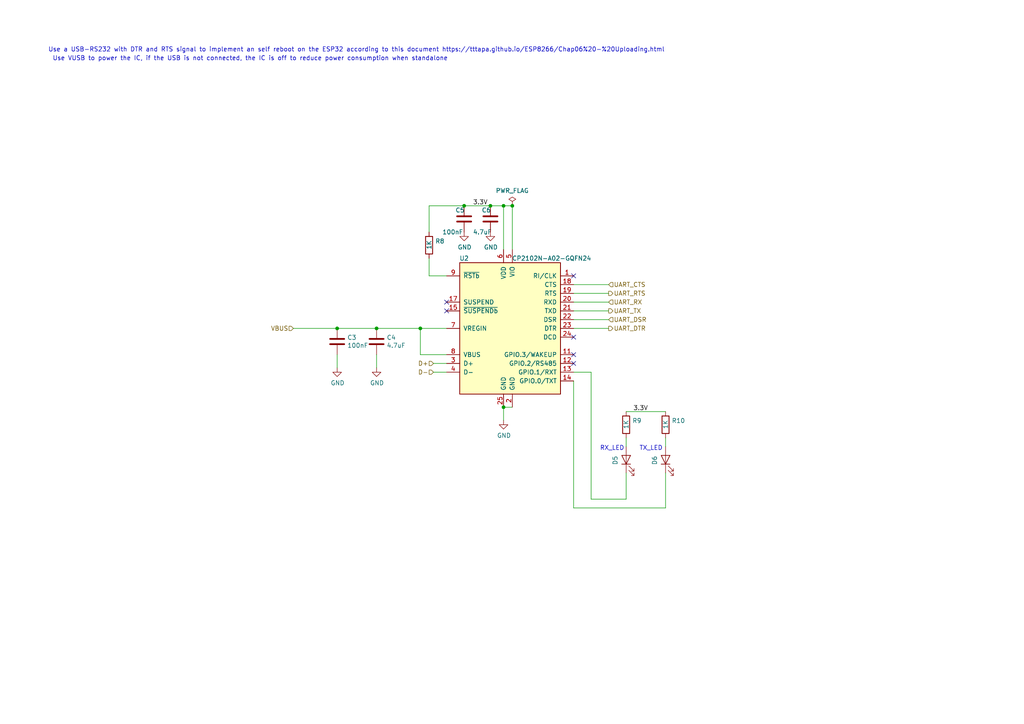
<source format=kicad_sch>
(kicad_sch (version 20211123) (generator eeschema)
  (paper "A4")
  (title_block (title "USB-UART Transceiver") (rev "V1") (company "ODiaz") (comment 1 "Orlando Diaz"))
  (lib_symbols
    (symbol "Capacitor_Ceramic_SMD_0603:100nF" (pin_numbers hide) (pin_names (offset 0.254))
      (property "Reference" "C" (at 0.635 2.54 0))
      (property "Value" "100nF" (at 0.635 -2.54 0))
      (symbol "100nF_0_1"
        (polyline (pts (xy -2.032 -0.762) (xy 2.032 -0.762)) (stroke (width 0.508)))
        (polyline (pts (xy -2.032 0.762) (xy 2.032 0.762)) (stroke (width 0.508)))
      )
      (symbol "100nF_1_1"
        (pin passive line (at 0 3.81 270) (length 2.794) (name "~") (number "1"))
        (pin passive line (at 0 -3.81 90) (length 2.794) (name "~") (number "2"))
      )
    )
    (symbol "Capacitor_Ceramic_SMD_0603:4.7uF" (pin_numbers hide) (pin_names (offset 0.254))
      (property "Reference" "C" (at 0.635 2.54 0))
      (property "Value" "4.7uF" (at 0.635 -2.54 0))
      (symbol "4.7uF_0_1"
        (polyline (pts (xy -2.032 -0.762) (xy 2.032 -0.762)) (stroke (width 0.508)))
        (polyline (pts (xy -2.032 0.762) (xy 2.032 0.762)) (stroke (width 0.508)))
      )
      (symbol "4.7uF_1_1"
        (pin passive line (at 0 3.81 270) (length 2.794) (name "~") (number "1"))
        (pin passive line (at 0 -3.81 90) (length 2.794) (name "~") (number "2"))
      )
    )
    (symbol "IC_Digital:CP2102N-A02-GQFN24" (pin_names (offset 1.016))
      (property "Reference" "U" (at 3.81 20.32 0))
      (property "Value" "CP2102N-A02-GQFN24" (at 25.4 -20.32 0))
      (symbol "CP2102N-A02-GQFN24_0_1"
        (rectangle (start -13.97 19.05) (end 15.24 -19.05) (stroke (width 0.254)) (fill (type background)))
      )
      (symbol "CP2102N-A02-GQFN24_1_1"
        (pin bidirectional line (at 19.05 15.24 180) (length 3.81) (name "RI/CLK") (number "1"))
        (pin no_connect line (at 13.97 -22.86 90) (length 3.81) hide (name "NC") (number "10"))
        (pin bidirectional line (at 19.05 -7.62 180) (length 3.81) (name "GPIO.3/WAKEUP") (number "11"))
        (pin bidirectional line (at 19.05 -10.16 180) (length 3.81) (name "GPIO.2/RS485") (number "12"))
        (pin bidirectional line (at 19.05 -12.7 180) (length 3.81) (name "GPIO.1/RXT") (number "13"))
        (pin bidirectional line (at 19.05 -15.24 180) (length 3.81) (name "GPIO.0/TXT") (number "14"))
        (pin output line (at -17.78 5.08 0) (length 3.81) (name "~{SUSPENDb}") (number "15"))
        (pin no_connect line (at 11.43 -22.86 90) (length 3.81) hide (name "NC") (number "16"))
        (pin output line (at -17.78 7.62 0) (length 3.81) (name "SUSPEND") (number "17"))
        (pin input line (at 19.05 12.7 180) (length 3.81) (name "CTS") (number "18"))
        (pin output line (at 19.05 10.16 180) (length 3.81) (name "RTS") (number "19"))
        (pin power_in line (at 1.27 -22.86 90) (length 3.81) (name "GND") (number "2"))
        (pin input line (at 19.05 7.62 180) (length 3.81) (name "RXD") (number "20"))
        (pin output line (at 19.05 5.08 180) (length 3.81) (name "TXD") (number "21"))
        (pin input line (at 19.05 2.54 180) (length 3.81) (name "DSR") (number "22"))
        (pin output line (at 19.05 0 180) (length 3.81) (name "DTR") (number "23"))
        (pin input line (at 19.05 -2.54 180) (length 3.81) (name "DCD") (number "24"))
        (pin power_in line (at -1.27 -22.86 90) (length 3.81) (name "GND") (number "25"))
        (pin bidirectional line (at -17.78 -10.16 0) (length 3.81) (name "D+") (number "3"))
        (pin bidirectional line (at -17.78 -12.7 0) (length 3.81) (name "D-") (number "4"))
        (pin power_in line (at 1.27 22.86 270) (length 3.81) (name "VIO") (number "5"))
        (pin power_in line (at -1.27 22.86 270) (length 3.81) (name "VDD") (number "6"))
        (pin power_in line (at -17.78 0 0) (length 3.81) (name "VREGIN") (number "7"))
        (pin input line (at -17.78 -7.62 0) (length 3.81) (name "VBUS") (number "8"))
        (pin input line (at -17.78 15.24 0) (length 3.81) (name "~{RSTb}") (number "9"))
      )
    )
    (symbol "OPTO_LED_0603:Green" (pin_numbers hide) (pin_names (offset 1.016) hide)
      (property "Reference" "D" (at 0 2.54 0))
      (symbol "Green_0_1"
        (polyline (pts (xy -1.27 -1.27) (xy -1.27 1.27)) (stroke (width 0.2032)))
        (polyline (pts (xy -1.27 0) (xy 1.27 0)))
        (polyline (pts (xy 1.27 -1.27) (xy 1.27 1.27) (xy -1.27 0) (xy 1.27 -1.27)) (stroke (width 0.2032)))
        (polyline (pts (xy -3.048 -0.762) (xy -4.572 -2.286) (xy -3.81 -2.286) (xy -4.572 -2.286) (xy -4.572 -1.524)))
        (polyline (pts (xy -1.778 -0.762) (xy -3.302 -2.286) (xy -2.54 -2.286) (xy -3.302 -2.286) (xy -3.302 -1.524)))
      )
      (symbol "Green_1_1"
        (pin passive line (at -3.81 0 0) (length 2.54) (name "K") (number "1"))
        (pin passive line (at 3.81 0 180) (length 2.54) (name "A") (number "2"))
      )
    )
    (symbol "Resistor_SMD_0603:1K" (pin_numbers hide) (pin_names (offset 0))
      (property "Reference" "R" (at 2.032 0 90))
      (property "Value" "1K" (at 0 0 90))
      (symbol "1K_0_1"
        (rectangle (start -1.016 -2.54) (end 1.016 2.54) (stroke (width 0.254)))
      )
      (symbol "1K_1_1"
        (pin passive line (at 0 3.81 270) (length 1.27) (name "~") (number "1"))
        (pin passive line (at 0 -3.81 90) (length 1.27) (name "~") (number "2"))
      )
    )
    (symbol "power:GND" (power) (pin_names (offset 0))
      (property "Value" "GND" (at 0 -3.81 0))
      (symbol "GND_0_1"
        (polyline (pts (xy 0 0) (xy 0 -1.27) (xy 1.27 -1.27) (xy 0 -2.54) (xy -1.27 -1.27) (xy 0 -1.27)))
      )
      (symbol "GND_1_1"
        (pin power_in line (at 0 0 270) (length 0) hide (name "GND") (number "1"))
      )
    )
    (symbol "power:PWR_FLAG" (power) (pin_numbers hide) (pin_names (offset 0) hide)
      (property "Value" "PWR_FLAG" (at 0 3.81 0))
      (symbol "PWR_FLAG_0_0"
        (pin power_out line (at 0 0 90) (length 0) (name "pwr") (number "1"))
      )
      (symbol "PWR_FLAG_0_1"
        (polyline (pts (xy 0 0) (xy 0 1.27) (xy -1.016 1.905) (xy 0 2.54) (xy 1.016 1.905) (xy 0 1.27)))
      )
    )
  )
  (junction (at 146.05 118.11))
  (junction (at 142.24 59.69))
  (junction (at 134.62 59.69))
  (junction (at 109.22 95.25))
  (junction (at 121.92 95.25))
  (junction (at 97.79 95.25))
  (junction (at 146.05 59.69))
  (junction (at 148.59 59.69))
  (no_connect (at 166.37 80.01))
  (no_connect (at 129.54 87.63))
  (no_connect (at 166.37 105.41))
  (no_connect (at 166.37 97.79))
  (no_connect (at 166.37 102.87))
  (no_connect (at 129.54 90.17))
  (wire (pts (xy 124.46 59.69) (xy 134.62 59.69)))
  (wire (pts (xy 129.54 102.87) (xy 121.92 102.87)))
  (wire (pts (xy 121.92 102.87) (xy 121.92 95.25)))
  (wire (pts (xy 166.37 147.32) (xy 193.04 147.32)))
  (wire (pts (xy 146.05 121.92) (xy 146.05 118.11)))
  (wire (pts (xy 142.24 59.69) (xy 134.62 59.69)))
  (wire (pts (xy 166.37 95.25) (xy 176.53 95.25)))
  (wire (pts (xy 109.22 106.68) (xy 109.22 102.87)))
  (wire (pts (xy 181.61 137.16) (xy 181.61 144.78)))
  (wire (pts (xy 166.37 82.55) (xy 176.53 82.55)))
  (wire (pts (xy 124.46 67.31) (xy 124.46 59.69)))
  (wire (pts (xy 85.09 95.25) (xy 97.79 95.25)))
  (wire (pts (xy 121.92 95.25) (xy 129.54 95.25)))
  (wire (pts (xy 125.73 107.95) (xy 129.54 107.95)))
  (wire (pts (xy 109.22 95.25) (xy 121.92 95.25)))
  (wire (pts (xy 146.05 59.69) (xy 146.05 72.39)))
  (wire (pts (xy 181.61 119.38) (xy 193.04 119.38)))
  (wire (pts (xy 171.45 107.95) (xy 171.45 144.78)))
  (wire (pts (xy 193.04 137.16) (xy 193.04 147.32)))
  (wire (pts (xy 166.37 107.95) (xy 171.45 107.95)))
  (wire (pts (xy 166.37 85.09) (xy 176.53 85.09)))
  (wire (pts (xy 146.05 59.69) (xy 142.24 59.69)))
  (wire (pts (xy 148.59 59.69) (xy 146.05 59.69)))
  (wire (pts (xy 124.46 74.93) (xy 124.46 80.01)))
  (wire (pts (xy 148.59 118.11) (xy 146.05 118.11)))
  (wire (pts (xy 166.37 110.49) (xy 166.37 147.32)))
  (wire (pts (xy 166.37 92.71) (xy 176.53 92.71)))
  (wire (pts (xy 129.54 80.01) (xy 124.46 80.01)))
  (wire (pts (xy 125.73 105.41) (xy 129.54 105.41)))
  (wire (pts (xy 97.79 95.25) (xy 109.22 95.25)))
  (wire (pts (xy 166.37 90.17) (xy 176.53 90.17)))
  (wire (pts (xy 193.04 129.54) (xy 193.04 127)))
  (wire (pts (xy 148.59 59.69) (xy 148.59 72.39)))
  (wire (pts (xy 166.37 87.63) (xy 176.53 87.63)))
  (wire (pts (xy 181.61 127) (xy 181.61 129.54)))
  (wire (pts (xy 171.45 144.78) (xy 181.61 144.78)))
  (wire (pts (xy 97.79 102.87) (xy 97.79 106.68)))
  (text "Use VUSB to power the IC, if the USB is not connected, the IC is off to reduce power consumption when standalone\n" (at 15.24 17.78 0) (effects (font (size 1.27 1.27)) (justify left bottom)))
  (text "TX_LED" (at 185.42 130.81 0) (effects (font (size 1.27 1.27)) (justify left bottom)))
  (text "RX_LED" (at 173.99 130.81 0) (effects (font (size 1.27 1.27)) (justify left bottom)))
  (text "Use a USB-RS232 with DTR and RTS signal to implement an self reboot on the ESP32 according to this document https://tttapa.github.io/ESP8266/Chap06%20-%20Uploading.html" (at 13.97 15.24 0) (effects (font (size 1.27 1.27)) (justify left bottom)))
  (label "3.3V" (at 137.16 59.69 0))
  (label "3.3V" (at 187.96 119.38 180))
  (hierarchical_label "D-" (shape input) (at 125.73 107.95 180))
  (hierarchical_label "D+" (shape input) (at 125.73 105.41 180))
  (hierarchical_label "UART_DTR" (shape output) (at 176.53 95.25 0))
  (hierarchical_label "UART_TX" (shape output) (at 176.53 90.17 0))
  (hierarchical_label "VBUS" (shape input) (at 85.09 95.25 180))
  (hierarchical_label "UART_RTS" (shape output) (at 176.53 85.09 0))
  (hierarchical_label "UART_CTS" (shape input) (at 176.53 82.55 0))
  (hierarchical_label "UART_DSR" (shape input) (at 176.53 92.71 0))
  (hierarchical_label "UART_RX" (shape input) (at 176.53 87.63 0))
  (symbol (lib_id "power:GND") (at 146.05 121.92 0) (unit 1)
    (property "Reference" "#PWR017" (effects hide))
    (property "Value" "GND" (at 146.177 126.3142 0))
  )
  (symbol (lib_id "Capacitor_Ceramic_SMD_0603:4.7uF") (at 109.22 99.06 0) (unit 1)
    (property "Reference" "C4" (at 112.141 97.8916 0) (effects (justify left)))
    (property "Value" "4.7uF" (at 112.141 100.203 0) (effects (justify left)))
    (property "Footprint" "Capacitor_SMD:C_0805_2012Metric" (effects hide))
    (property "MPN" "GRM219R6YA475MA73D" (effects hide))
    (property "Manufacturer" "Murata" (effects hide))
    (property "Description" "4.7uF 10% 35V X5R 0805" (effects hide))
    (property "Generic" "1" (effects hide))
    (property "Installed" "NI" (effects hide))
  )
  (symbol (lib_id "Capacitor_Ceramic_SMD_0603:100nF") (at 97.79 99.06 0) (unit 1)
    (property "Reference" "C3" (at 100.711 97.8916 0) (effects (justify left)))
    (property "Value" "100nF" (at 100.711 100.203 0) (effects (justify left)))
    (property "Footprint" "Capacitor_SMD:C_0603_1608Metric_Pad1.08x0.95mm_HandSolder" (effects hide))
    (property "MPN" "CGA3E2X7R1H104K080AA" (effects hide))
    (property "Manufacturer" "TDK" (effects hide))
    (property "Description" "100nF 10% 50V X7R 0603" (effects hide))
    (property "Generic" "1" (effects hide))
    (property "Populate" "1" (effects hide))
    (property "Installed" "NI" (effects hide))
  )
  (symbol (lib_id "power:GND") (at 97.79 106.68 0) (unit 1)
    (property "Reference" "#PWR013" (effects hide))
    (property "Value" "GND" (at 97.917 111.0742 0))
  )
  (symbol (lib_id "power:GND") (at 109.22 106.68 0) (unit 1)
    (property "Reference" "#PWR014" (effects hide))
    (property "Value" "GND" (at 109.347 111.0742 0))
  )
  (symbol (lib_id "Resistor_SMD_0603:1K") (at 124.46 71.12 0) (unit 1)
    (property "Reference" "R8" (at 126.238 69.9516 0) (effects (justify left)))
    (property "Value" "1K" (at 124.46 72.39 90) (effects (justify left)))
    (property "Footprint" "Resistor_SMD:R_0603_1608Metric" (effects hide))
    (property "Datasheet" "http://www.vishay.com/docs/28705/mcx0x0xpro.pdf" (effects hide))
    (property "Description" "1K 1% 100ppm 0603" (effects hide))
    (property "Populate" "1" (effects hide))
    (property "Generic" "1" (effects hide))
    (property "Installed" "NI" (effects hide))
    (property "MPN" "CRCW06031K00FKEAC" (effects hide))
    (property "Manufacturer" "Vishay" (effects hide))
  )
  (symbol (lib_id "IC_Digital:CP2102N-A02-GQFN24") (at 147.32 95.25 0) (unit 1)
    (property "Reference" "U2" (at 134.62 74.93 0))
    (property "Value" "CP2102N-A02-GQFN24" (at 160.02 74.93 0))
    (property "Footprint" "Package_DFN_QFN:QFN-24-1EP_4x4mm_P0.5mm_EP2.6x2.6mm" (effects hide))
    (property "Datasheet" "https://www.silabs.com/documents/public/data-sheets/cp2102n-datasheet.pdf" (effects hide))
    (property "Manufacturer" "Silicon Labs" (effects hide))
    (property "Description" "USB to UART master bridge, QFN-24" (effects hide))
    (property "MPN" "CP2102N-A02-GQFN24" (effects hide))
    (property "Installed" "NI" (effects hide))
    (property "Generic" "No" (effects hide))
    (property "Reviewed" "No" (effects hide))
  )
  (symbol (lib_id "Capacitor_Ceramic_SMD_0603:100nF") (at 134.62 63.5 0) (unit 1)
    (property "Reference" "C5" (at 132.08 60.96 0) (effects (justify left)))
    (property "Value" "100nF" (at 128.27 67.31 0) (effects (justify left)))
    (property "Footprint" "Capacitor_SMD:C_0603_1608Metric_Pad1.08x0.95mm_HandSolder" (effects hide))
    (property "MPN" "CGA3E2X7R1H104K080AA" (effects hide))
    (property "Manufacturer" "TDK" (effects hide))
    (property "Description" "100nF 10% 50V X7R 0603" (effects hide))
    (property "Generic" "1" (effects hide))
    (property "Populate" "1" (effects hide))
    (property "Installed" "NI" (effects hide))
  )
  (symbol (lib_id "Capacitor_Ceramic_SMD_0603:4.7uF") (at 142.24 63.5 0) (unit 1)
    (property "Reference" "C6" (at 139.7 60.96 0) (effects (justify left)))
    (property "Value" "4.7uF" (at 137.16 67.31 0) (effects (justify left)))
    (property "Footprint" "Capacitor_SMD:C_0805_2012Metric" (effects hide))
    (property "MPN" "GRM219R6YA475MA73D" (effects hide))
    (property "Manufacturer" "Murata" (effects hide))
    (property "Description" "4.7uF 10% 35V X5R 0805" (effects hide))
    (property "Generic" "1" (effects hide))
    (property "Installed" "NI" (effects hide))
  )
  (symbol (lib_id "power:GND") (at 134.62 67.31 0) (unit 1)
    (property "Reference" "#PWR015" (effects hide))
    (property "Value" "GND" (at 134.747 71.7042 0))
  )
  (symbol (lib_id "power:GND") (at 142.24 67.31 0) (unit 1)
    (property "Reference" "#PWR016" (effects hide))
    (property "Value" "GND" (at 142.367 71.7042 0))
  )
  (symbol (lib_id "OPTO_LED_0603:Green") (at 193.04 133.35 90) (unit 1)
    (property "Reference" "D6" (at 189.865 133.5278 0))
    (property "Value" "Green" (effects hide))
    (property "Footprint" "LED_SMD:LED_0603_1608Metric" (effects hide))
    (property "Datasheet" "https://katalog.we-online.de/led/datasheet/150060VS75000.pdf" (effects hide))
    (property "Description" "LED Green 20mA 2V" (effects hide))
    (property "Manufacturer" "Würth Elektronik" (effects hide))
    (property "MPN" "150060VS75000" (effects hide))
    (property "Installed" "NI" (effects hide))
    (property "Generic" "0" (effects hide))
    (property "Reviewed" "Yes" (effects hide))
  )
  (symbol (lib_id "OPTO_LED_0603:Green") (at 181.61 133.35 90) (unit 1)
    (property "Reference" "D5" (at 178.435 133.5278 0))
    (property "Value" "Green" (effects hide))
    (property "Footprint" "LED_SMD:LED_0603_1608Metric" (effects hide))
    (property "Datasheet" "https://katalog.we-online.de/led/datasheet/150060VS75000.pdf" (effects hide))
    (property "Description" "LED Green 20mA 2V" (effects hide))
    (property "Manufacturer" "Würth Elektronik" (effects hide))
    (property "MPN" "150060VS75000" (effects hide))
    (property "Installed" "NI" (effects hide))
    (property "Generic" "0" (effects hide))
    (property "Reviewed" "Yes" (effects hide))
  )
  (symbol (lib_id "Resistor_SMD_0603:1K") (at 193.04 123.19 0) (unit 1)
    (property "Reference" "R10" (at 194.818 122.0216 0) (effects (justify left)))
    (property "Value" "1K" (at 193.04 124.46 90) (effects (justify left)))
    (property "Footprint" "Resistor_SMD:R_0603_1608Metric" (effects hide))
    (property "Datasheet" "http://www.vishay.com/docs/28705/mcx0x0xpro.pdf" (effects hide))
    (property "Description" "1K 1% 100ppm 0603" (effects hide))
    (property "Populate" "1" (effects hide))
    (property "Generic" "1" (effects hide))
    (property "Installed" "NI" (effects hide))
    (property "MPN" "CRCW06031K00FKEAC" (effects hide))
    (property "Manufacturer" "Vishay" (effects hide))
  )
  (symbol (lib_id "Resistor_SMD_0603:1K") (at 181.61 123.19 0) (unit 1)
    (property "Reference" "R9" (at 183.388 122.0216 0) (effects (justify left)))
    (property "Value" "1K" (at 181.61 124.46 90) (effects (justify left)))
    (property "Footprint" "Resistor_SMD:R_0603_1608Metric" (effects hide))
    (property "Datasheet" "http://www.vishay.com/docs/28705/mcx0x0xpro.pdf" (effects hide))
    (property "Description" "1K 1% 100ppm 0603" (effects hide))
    (property "Populate" "1" (effects hide))
    (property "Generic" "1" (effects hide))
    (property "Installed" "NI" (effects hide))
    (property "MPN" "CRCW06031K00FKEAC" (effects hide))
    (property "Manufacturer" "Vishay" (effects hide))
  )
  (symbol (lib_id "power:PWR_FLAG") (at 148.59 59.69 0) (unit 1)
    (property "Reference" "#FLG0101" (effects hide))
    (property "Value" "PWR_FLAG" (at 148.59 55.2958 0))
  )
)
</source>
